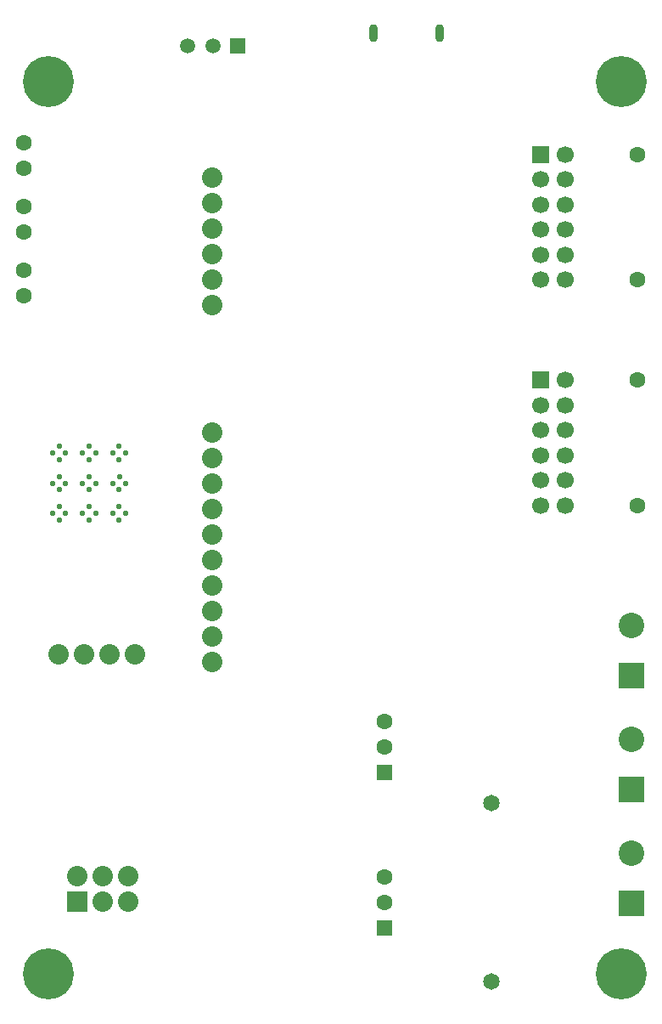
<source format=gbr>
G04*
G04 #@! TF.GenerationSoftware,Altium Limited,Altium Designer,23.2.1 (34)*
G04*
G04 Layer_Color=255*
%FSLAX44Y44*%
%MOMM*%
G71*
G04*
G04 #@! TF.SameCoordinates,EBB66B4E-3AAD-41E4-A5C9-C65D96049EEA*
G04*
G04*
G04 #@! TF.FilePolarity,Positive*
G04*
G01*
G75*
%ADD41C,0.5842*%
%ADD52C,1.7000*%
%ADD56C,1.6000*%
%ADD69R,1.7000X1.7000*%
%ADD70C,2.0320*%
%ADD71R,2.0320X2.0320*%
%ADD72O,0.9000X1.8000*%
%ADD73C,1.6000*%
%ADD74R,1.6000X1.6000*%
%ADD75C,1.6500*%
%ADD76R,2.5400X2.5400*%
%ADD77C,2.5400*%
%ADD78R,1.5000X1.5000*%
%ADD79C,1.5000*%
%ADD80C,5.0800*%
D41*
X150740Y529190D02*
D03*
X144240Y522690D02*
D03*
X150740Y516190D02*
D03*
X157240Y522690D02*
D03*
X174240D02*
D03*
X180740Y516190D02*
D03*
X187240Y522690D02*
D03*
X180740Y529190D02*
D03*
X210740D02*
D03*
Y516190D02*
D03*
X217240Y522690D02*
D03*
X204240D02*
D03*
X180990Y559190D02*
D03*
X174240Y552690D02*
D03*
X180740Y546190D02*
D03*
X187240Y552690D02*
D03*
X144240D02*
D03*
X150740Y546190D02*
D03*
X157240Y552690D02*
D03*
X150740Y559190D02*
D03*
Y589190D02*
D03*
X144240Y582690D02*
D03*
X150740Y576190D02*
D03*
X157240Y582690D02*
D03*
X174240D02*
D03*
X180740Y576190D02*
D03*
X187240Y582690D02*
D03*
X180740Y589190D02*
D03*
X210740D02*
D03*
X204240Y582690D02*
D03*
X217240D02*
D03*
X210740Y576190D02*
D03*
X210990Y559190D02*
D03*
X204240Y552690D02*
D03*
X217240D02*
D03*
X210740Y546190D02*
D03*
D52*
X655910Y530320D02*
D03*
Y555320D02*
D03*
Y580320D02*
D03*
Y605320D02*
D03*
Y630320D02*
D03*
Y655320D02*
D03*
X630910Y530320D02*
D03*
Y555320D02*
D03*
Y580320D02*
D03*
Y605320D02*
D03*
Y630320D02*
D03*
Y855110D02*
D03*
Y830110D02*
D03*
Y805110D02*
D03*
Y780110D02*
D03*
Y755110D02*
D03*
X655910Y880110D02*
D03*
Y855110D02*
D03*
Y830110D02*
D03*
Y805110D02*
D03*
Y780110D02*
D03*
Y755110D02*
D03*
D56*
X727710Y530320D02*
D03*
Y655320D02*
D03*
X115570Y739140D02*
D03*
Y764540D02*
D03*
Y802640D02*
D03*
Y828040D02*
D03*
Y866140D02*
D03*
Y891540D02*
D03*
X727710Y880110D02*
D03*
Y755110D02*
D03*
D69*
X630910Y655320D02*
D03*
Y880110D02*
D03*
D70*
X303530Y552450D02*
D03*
Y527050D02*
D03*
Y577850D02*
D03*
Y603250D02*
D03*
Y501650D02*
D03*
Y374650D02*
D03*
Y476250D02*
D03*
Y400050D02*
D03*
Y425450D02*
D03*
Y450850D02*
D03*
X226060Y382270D02*
D03*
X200660D02*
D03*
X175260D02*
D03*
X149860D02*
D03*
X303530Y730250D02*
D03*
Y755650D02*
D03*
Y781050D02*
D03*
Y806450D02*
D03*
Y831850D02*
D03*
Y857250D02*
D03*
X194310Y135890D02*
D03*
X219710D02*
D03*
Y161290D02*
D03*
X194310D02*
D03*
X168910D02*
D03*
D71*
Y135890D02*
D03*
D72*
X464590Y1001130D02*
D03*
X530590D02*
D03*
D73*
X474980Y314960D02*
D03*
Y289560D02*
D03*
Y160020D02*
D03*
Y134620D02*
D03*
D74*
Y264160D02*
D03*
Y109220D02*
D03*
D75*
X581660Y233680D02*
D03*
Y55880D02*
D03*
D76*
X721360Y360680D02*
D03*
Y247650D02*
D03*
Y134112D02*
D03*
D77*
Y410718D02*
D03*
Y297688D02*
D03*
Y184150D02*
D03*
D78*
X328930Y988060D02*
D03*
D79*
X303930D02*
D03*
X278930D02*
D03*
D80*
X711200Y63500D02*
D03*
Y952500D02*
D03*
X139700D02*
D03*
Y63500D02*
D03*
M02*

</source>
